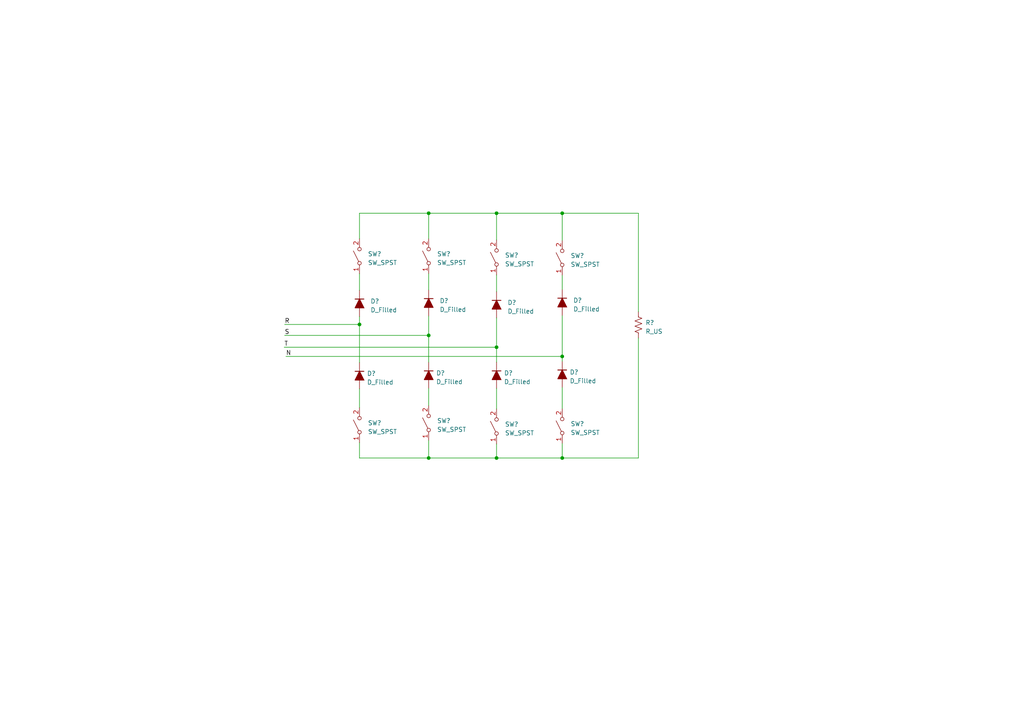
<source format=kicad_sch>
(kicad_sch (version 20210406) (generator eeschema)

  (uuid 215ceb9b-67ed-43c1-97d5-44ea3e10fa8f)

  (paper "A4")

  (lib_symbols
    (symbol "Device:D_Filled" (pin_numbers hide) (pin_names (offset 1.016) hide) (in_bom yes) (on_board yes)
      (property "Reference" "D" (id 0) (at 0 2.54 0)
        (effects (font (size 1.27 1.27)))
      )
      (property "Value" "D_Filled" (id 1) (at 0 -2.54 0)
        (effects (font (size 1.27 1.27)))
      )
      (property "Footprint" "" (id 2) (at 0 0 0)
        (effects (font (size 1.27 1.27)) hide)
      )
      (property "Datasheet" "~" (id 3) (at 0 0 0)
        (effects (font (size 1.27 1.27)) hide)
      )
      (property "ki_keywords" "diode" (id 4) (at 0 0 0)
        (effects (font (size 1.27 1.27)) hide)
      )
      (property "ki_description" "Diode, filled shape" (id 5) (at 0 0 0)
        (effects (font (size 1.27 1.27)) hide)
      )
      (property "ki_fp_filters" "TO-???* *_Diode_* *SingleDiode* D_*" (id 6) (at 0 0 0)
        (effects (font (size 1.27 1.27)) hide)
      )
      (symbol "D_Filled_0_1"
        (polyline
          (pts
            (xy -1.27 1.27)
            (xy -1.27 -1.27)
          )
          (stroke (width 0.254)) (fill (type none))
        )
        (polyline
          (pts
            (xy 1.27 0)
            (xy -1.27 0)
          )
          (stroke (width 0)) (fill (type none))
        )
        (polyline
          (pts
            (xy 1.27 1.27)
            (xy 1.27 -1.27)
            (xy -1.27 0)
            (xy 1.27 1.27)
          )
          (stroke (width 0.254)) (fill (type outline))
        )
      )
      (symbol "D_Filled_1_1"
        (pin passive line (at -3.81 0 0) (length 2.54)
          (name "K" (effects (font (size 1.27 1.27))))
          (number "1" (effects (font (size 1.27 1.27))))
        )
        (pin passive line (at 3.81 0 180) (length 2.54)
          (name "A" (effects (font (size 1.27 1.27))))
          (number "2" (effects (font (size 1.27 1.27))))
        )
      )
    )
    (symbol "Device:R_US" (pin_numbers hide) (pin_names (offset 0)) (in_bom yes) (on_board yes)
      (property "Reference" "R" (id 0) (at 2.54 0 90)
        (effects (font (size 1.27 1.27)))
      )
      (property "Value" "R_US" (id 1) (at -2.54 0 90)
        (effects (font (size 1.27 1.27)))
      )
      (property "Footprint" "" (id 2) (at 1.016 -0.254 90)
        (effects (font (size 1.27 1.27)) hide)
      )
      (property "Datasheet" "~" (id 3) (at 0 0 0)
        (effects (font (size 1.27 1.27)) hide)
      )
      (property "ki_keywords" "R res resistor" (id 4) (at 0 0 0)
        (effects (font (size 1.27 1.27)) hide)
      )
      (property "ki_description" "Resistor, US symbol" (id 5) (at 0 0 0)
        (effects (font (size 1.27 1.27)) hide)
      )
      (property "ki_fp_filters" "R_*" (id 6) (at 0 0 0)
        (effects (font (size 1.27 1.27)) hide)
      )
      (symbol "R_US_0_1"
        (polyline
          (pts
            (xy 0 -2.286)
            (xy 0 -2.54)
          )
          (stroke (width 0)) (fill (type none))
        )
        (polyline
          (pts
            (xy 0 2.286)
            (xy 0 2.54)
          )
          (stroke (width 0)) (fill (type none))
        )
        (polyline
          (pts
            (xy 0 -0.762)
            (xy 1.016 -1.143)
            (xy 0 -1.524)
            (xy -1.016 -1.905)
            (xy 0 -2.286)
          )
          (stroke (width 0)) (fill (type none))
        )
        (polyline
          (pts
            (xy 0 0.762)
            (xy 1.016 0.381)
            (xy 0 0)
            (xy -1.016 -0.381)
            (xy 0 -0.762)
          )
          (stroke (width 0)) (fill (type none))
        )
        (polyline
          (pts
            (xy 0 2.286)
            (xy 1.016 1.905)
            (xy 0 1.524)
            (xy -1.016 1.143)
            (xy 0 0.762)
          )
          (stroke (width 0)) (fill (type none))
        )
      )
      (symbol "R_US_1_1"
        (pin passive line (at 0 3.81 270) (length 1.27)
          (name "~" (effects (font (size 1.27 1.27))))
          (number "1" (effects (font (size 1.27 1.27))))
        )
        (pin passive line (at 0 -3.81 90) (length 1.27)
          (name "~" (effects (font (size 1.27 1.27))))
          (number "2" (effects (font (size 1.27 1.27))))
        )
      )
    )
    (symbol "Switch:SW_SPST" (pin_names (offset 0) hide) (in_bom yes) (on_board yes)
      (property "Reference" "SW" (id 0) (at 0 3.175 0)
        (effects (font (size 1.27 1.27)))
      )
      (property "Value" "SW_SPST" (id 1) (at 0 -2.54 0)
        (effects (font (size 1.27 1.27)))
      )
      (property "Footprint" "" (id 2) (at 0 0 0)
        (effects (font (size 1.27 1.27)) hide)
      )
      (property "Datasheet" "~" (id 3) (at 0 0 0)
        (effects (font (size 1.27 1.27)) hide)
      )
      (property "ki_keywords" "switch lever" (id 4) (at 0 0 0)
        (effects (font (size 1.27 1.27)) hide)
      )
      (property "ki_description" "Single Pole Single Throw (SPST) switch" (id 5) (at 0 0 0)
        (effects (font (size 1.27 1.27)) hide)
      )
      (symbol "SW_SPST_0_0"
        (circle (center -2.032 0) (radius 0.508) (stroke (width 0)) (fill (type none)))
        (circle (center 2.032 0) (radius 0.508) (stroke (width 0)) (fill (type none)))
        (polyline
          (pts
            (xy -1.524 0.254)
            (xy 1.524 1.778)
          )
          (stroke (width 0)) (fill (type none))
        )
      )
      (symbol "SW_SPST_1_1"
        (pin passive line (at -5.08 0 0) (length 2.54)
          (name "A" (effects (font (size 1.27 1.27))))
          (number "1" (effects (font (size 1.27 1.27))))
        )
        (pin passive line (at 5.08 0 180) (length 2.54)
          (name "B" (effects (font (size 1.27 1.27))))
          (number "2" (effects (font (size 1.27 1.27))))
        )
      )
    )
  )

  (junction (at 104.267 94.107) (diameter 0.9144) (color 0 0 0 0))
  (junction (at 124.333 61.849) (diameter 0.9144) (color 0 0 0 0))
  (junction (at 124.333 97.282) (diameter 0.9144) (color 0 0 0 0))
  (junction (at 124.333 132.842) (diameter 0.9144) (color 0 0 0 0))
  (junction (at 144.018 61.849) (diameter 0.9144) (color 0 0 0 0))
  (junction (at 144.018 100.711) (diameter 0.9144) (color 0 0 0 0))
  (junction (at 144.018 132.842) (diameter 0.9144) (color 0 0 0 0))
  (junction (at 163.068 61.849) (diameter 0.9144) (color 0 0 0 0))
  (junction (at 163.068 103.378) (diameter 0.9144) (color 0 0 0 0))
  (junction (at 163.068 132.842) (diameter 0.9144) (color 0 0 0 0))

  (wire (pts (xy 82.423 100.711) (xy 144.018 100.711))
    (stroke (width 0) (type solid) (color 0 0 0 0))
    (uuid 8f9cb221-a457-4f62-b5c4-6d444d0c23c3)
  )
  (wire (pts (xy 82.55 94.107) (xy 104.267 94.107))
    (stroke (width 0) (type solid) (color 0 0 0 0))
    (uuid 114b1ffd-49fa-4d69-b186-be3c50c775ed)
  )
  (wire (pts (xy 82.55 97.282) (xy 124.333 97.282))
    (stroke (width 0) (type solid) (color 0 0 0 0))
    (uuid cc40d218-d28b-402e-961b-8db3b655a817)
  )
  (wire (pts (xy 82.931 103.378) (xy 163.068 103.378))
    (stroke (width 0) (type solid) (color 0 0 0 0))
    (uuid 1923bc5c-e258-487d-a1bd-1b01d01c3d53)
  )
  (wire (pts (xy 104.267 61.849) (xy 104.267 69.215))
    (stroke (width 0) (type solid) (color 0 0 0 0))
    (uuid bee0425b-718a-434c-a3da-887884bb3ac8)
  )
  (wire (pts (xy 104.267 61.849) (xy 124.333 61.849))
    (stroke (width 0) (type solid) (color 0 0 0 0))
    (uuid ea060bd0-4106-40ee-aa78-96c540467593)
  )
  (wire (pts (xy 104.267 79.375) (xy 104.267 84.201))
    (stroke (width 0) (type solid) (color 0 0 0 0))
    (uuid bee0425b-718a-434c-a3da-887884bb3ac8)
  )
  (wire (pts (xy 104.267 91.821) (xy 104.267 94.107))
    (stroke (width 0) (type solid) (color 0 0 0 0))
    (uuid bee0425b-718a-434c-a3da-887884bb3ac8)
  )
  (wire (pts (xy 104.267 94.107) (xy 104.267 105.156))
    (stroke (width 0) (type solid) (color 0 0 0 0))
    (uuid bee0425b-718a-434c-a3da-887884bb3ac8)
  )
  (wire (pts (xy 104.267 112.776) (xy 104.267 118.237))
    (stroke (width 0) (type solid) (color 0 0 0 0))
    (uuid bee0425b-718a-434c-a3da-887884bb3ac8)
  )
  (wire (pts (xy 104.267 128.397) (xy 104.267 132.842))
    (stroke (width 0) (type solid) (color 0 0 0 0))
    (uuid bee0425b-718a-434c-a3da-887884bb3ac8)
  )
  (wire (pts (xy 104.267 132.842) (xy 124.333 132.842))
    (stroke (width 0) (type solid) (color 0 0 0 0))
    (uuid bee0425b-718a-434c-a3da-887884bb3ac8)
  )
  (wire (pts (xy 124.333 61.849) (xy 124.333 69.215))
    (stroke (width 0) (type solid) (color 0 0 0 0))
    (uuid 06c807d6-38f8-4f33-bba2-4ebc63d20da2)
  )
  (wire (pts (xy 124.333 61.849) (xy 144.018 61.849))
    (stroke (width 0) (type solid) (color 0 0 0 0))
    (uuid ea060bd0-4106-40ee-aa78-96c540467593)
  )
  (wire (pts (xy 124.333 79.375) (xy 124.333 84.074))
    (stroke (width 0) (type solid) (color 0 0 0 0))
    (uuid 06c807d6-38f8-4f33-bba2-4ebc63d20da2)
  )
  (wire (pts (xy 124.333 91.694) (xy 124.333 97.282))
    (stroke (width 0) (type solid) (color 0 0 0 0))
    (uuid 06c807d6-38f8-4f33-bba2-4ebc63d20da2)
  )
  (wire (pts (xy 124.333 97.282) (xy 124.333 105.029))
    (stroke (width 0) (type solid) (color 0 0 0 0))
    (uuid 06c807d6-38f8-4f33-bba2-4ebc63d20da2)
  )
  (wire (pts (xy 124.333 112.649) (xy 124.333 117.602))
    (stroke (width 0) (type solid) (color 0 0 0 0))
    (uuid 06c807d6-38f8-4f33-bba2-4ebc63d20da2)
  )
  (wire (pts (xy 124.333 127.762) (xy 124.333 132.842))
    (stroke (width 0) (type solid) (color 0 0 0 0))
    (uuid 06c807d6-38f8-4f33-bba2-4ebc63d20da2)
  )
  (wire (pts (xy 124.333 132.842) (xy 144.018 132.842))
    (stroke (width 0) (type solid) (color 0 0 0 0))
    (uuid bee0425b-718a-434c-a3da-887884bb3ac8)
  )
  (wire (pts (xy 144.018 61.849) (xy 144.018 69.596))
    (stroke (width 0) (type solid) (color 0 0 0 0))
    (uuid 61905900-01bc-410d-83fd-56d5a6e8b4f4)
  )
  (wire (pts (xy 144.018 61.849) (xy 163.068 61.849))
    (stroke (width 0) (type solid) (color 0 0 0 0))
    (uuid ea060bd0-4106-40ee-aa78-96c540467593)
  )
  (wire (pts (xy 144.018 79.756) (xy 144.018 84.582))
    (stroke (width 0) (type solid) (color 0 0 0 0))
    (uuid 61905900-01bc-410d-83fd-56d5a6e8b4f4)
  )
  (wire (pts (xy 144.018 92.202) (xy 144.018 100.711))
    (stroke (width 0) (type solid) (color 0 0 0 0))
    (uuid 61905900-01bc-410d-83fd-56d5a6e8b4f4)
  )
  (wire (pts (xy 144.018 100.711) (xy 144.018 105.029))
    (stroke (width 0) (type solid) (color 0 0 0 0))
    (uuid 61905900-01bc-410d-83fd-56d5a6e8b4f4)
  )
  (wire (pts (xy 144.018 112.649) (xy 144.018 118.618))
    (stroke (width 0) (type solid) (color 0 0 0 0))
    (uuid 61905900-01bc-410d-83fd-56d5a6e8b4f4)
  )
  (wire (pts (xy 144.018 128.778) (xy 144.018 132.842))
    (stroke (width 0) (type solid) (color 0 0 0 0))
    (uuid 61905900-01bc-410d-83fd-56d5a6e8b4f4)
  )
  (wire (pts (xy 144.018 132.842) (xy 163.068 132.842))
    (stroke (width 0) (type solid) (color 0 0 0 0))
    (uuid bee0425b-718a-434c-a3da-887884bb3ac8)
  )
  (wire (pts (xy 163.068 61.849) (xy 163.068 69.723))
    (stroke (width 0) (type solid) (color 0 0 0 0))
    (uuid 8292fd0b-2007-44a1-b23a-dc063980853d)
  )
  (wire (pts (xy 163.068 61.849) (xy 185.166 61.849))
    (stroke (width 0) (type solid) (color 0 0 0 0))
    (uuid ea060bd0-4106-40ee-aa78-96c540467593)
  )
  (wire (pts (xy 163.068 79.883) (xy 163.068 83.947))
    (stroke (width 0) (type solid) (color 0 0 0 0))
    (uuid 8292fd0b-2007-44a1-b23a-dc063980853d)
  )
  (wire (pts (xy 163.068 91.567) (xy 163.068 103.378))
    (stroke (width 0) (type solid) (color 0 0 0 0))
    (uuid 8292fd0b-2007-44a1-b23a-dc063980853d)
  )
  (wire (pts (xy 163.068 103.378) (xy 163.068 104.775))
    (stroke (width 0) (type solid) (color 0 0 0 0))
    (uuid 8292fd0b-2007-44a1-b23a-dc063980853d)
  )
  (wire (pts (xy 163.068 112.395) (xy 163.068 118.491))
    (stroke (width 0) (type solid) (color 0 0 0 0))
    (uuid 8292fd0b-2007-44a1-b23a-dc063980853d)
  )
  (wire (pts (xy 163.068 128.651) (xy 163.068 132.842))
    (stroke (width 0) (type solid) (color 0 0 0 0))
    (uuid 8292fd0b-2007-44a1-b23a-dc063980853d)
  )
  (wire (pts (xy 163.068 132.842) (xy 185.166 132.842))
    (stroke (width 0) (type solid) (color 0 0 0 0))
    (uuid bee0425b-718a-434c-a3da-887884bb3ac8)
  )
  (wire (pts (xy 185.166 90.424) (xy 185.166 61.849))
    (stroke (width 0) (type solid) (color 0 0 0 0))
    (uuid bee0425b-718a-434c-a3da-887884bb3ac8)
  )
  (wire (pts (xy 185.166 132.842) (xy 185.166 98.044))
    (stroke (width 0) (type solid) (color 0 0 0 0))
    (uuid bee0425b-718a-434c-a3da-887884bb3ac8)
  )

  (label "T" (at 82.423 100.711 0)
    (effects (font (size 1.27 1.27)) (justify left bottom))
    (uuid f8c6546e-d02c-4afc-a45d-57c4f60de98f)
  )
  (label "R" (at 82.55 94.107 0)
    (effects (font (size 1.27 1.27)) (justify left bottom))
    (uuid effb66a5-5ba3-47fa-983e-3e20208edec8)
  )
  (label "S" (at 82.55 97.282 0)
    (effects (font (size 1.27 1.27)) (justify left bottom))
    (uuid 8f4e1dd6-588f-4832-bdfc-976781c99dcc)
  )
  (label "N" (at 82.931 103.378 0)
    (effects (font (size 1.27 1.27)) (justify left bottom))
    (uuid 73d0ac93-d3fe-498c-a7c7-d3521a3a6c4b)
  )

  (symbol (lib_id "Device:R_US") (at 185.166 94.234 0) (unit 1)
    (in_bom yes) (on_board yes) (fields_autoplaced)
    (uuid 65d172f6-35fa-46ef-ad12-9693747dcf66)
    (property "Reference" "R?" (id 0) (at 187.198 93.5989 0)
      (effects (font (size 1.27 1.27)) (justify left))
    )
    (property "Value" "R_US" (id 1) (at 187.198 96.1389 0)
      (effects (font (size 1.27 1.27)) (justify left))
    )
    (property "Footprint" "" (id 2) (at 186.182 94.488 90)
      (effects (font (size 1.27 1.27)) hide)
    )
    (property "Datasheet" "~" (id 3) (at 185.166 94.234 0)
      (effects (font (size 1.27 1.27)) hide)
    )
    (pin "1" (uuid 5d9b7ce9-2ba5-474a-b4ea-a1786344593f))
    (pin "2" (uuid d6ce3d5a-6c91-4c7b-a4b0-0375b85cceac))
  )

  (symbol (lib_id "Device:D_Filled") (at 104.267 88.011 270) (unit 1)
    (in_bom yes) (on_board yes) (fields_autoplaced)
    (uuid 030def13-6daf-4a31-a73f-172ad1bc5de6)
    (property "Reference" "D?" (id 0) (at 107.442 87.3759 90)
      (effects (font (size 1.27 1.27)) (justify left))
    )
    (property "Value" "D_Filled" (id 1) (at 107.442 89.9159 90)
      (effects (font (size 1.27 1.27)) (justify left))
    )
    (property "Footprint" "" (id 2) (at 104.267 88.011 0)
      (effects (font (size 1.27 1.27)) hide)
    )
    (property "Datasheet" "~" (id 3) (at 104.267 88.011 0)
      (effects (font (size 1.27 1.27)) hide)
    )
    (pin "1" (uuid bfeca18e-e6ea-4ea5-ae4b-982d1da8c610))
    (pin "2" (uuid 9da7ad0d-c7c3-415e-95d5-3af4f9130d39))
  )

  (symbol (lib_id "Device:D_Filled") (at 104.267 108.966 270) (unit 1)
    (in_bom yes) (on_board yes) (fields_autoplaced)
    (uuid 9e17ab41-1edb-40a5-89ed-c8803ad408c3)
    (property "Reference" "D?" (id 0) (at 106.426 108.3309 90)
      (effects (font (size 1.27 1.27)) (justify left))
    )
    (property "Value" "D_Filled" (id 1) (at 106.426 110.8709 90)
      (effects (font (size 1.27 1.27)) (justify left))
    )
    (property "Footprint" "" (id 2) (at 104.267 108.966 0)
      (effects (font (size 1.27 1.27)) hide)
    )
    (property "Datasheet" "~" (id 3) (at 104.267 108.966 0)
      (effects (font (size 1.27 1.27)) hide)
    )
    (pin "1" (uuid 0ae92cf2-26fa-45c0-8d43-eb3ebaa041ac))
    (pin "2" (uuid e38da034-ce9b-4d51-a23d-b5cdaa2c862f))
  )

  (symbol (lib_id "Device:D_Filled") (at 124.333 87.884 270) (unit 1)
    (in_bom yes) (on_board yes) (fields_autoplaced)
    (uuid 9e85a26b-0d73-48e4-bea5-d73288286256)
    (property "Reference" "D?" (id 0) (at 127.508 87.2489 90)
      (effects (font (size 1.27 1.27)) (justify left))
    )
    (property "Value" "D_Filled" (id 1) (at 127.508 89.7889 90)
      (effects (font (size 1.27 1.27)) (justify left))
    )
    (property "Footprint" "" (id 2) (at 124.333 87.884 0)
      (effects (font (size 1.27 1.27)) hide)
    )
    (property "Datasheet" "~" (id 3) (at 124.333 87.884 0)
      (effects (font (size 1.27 1.27)) hide)
    )
    (pin "1" (uuid 6d44a66d-3c1b-4815-a1a2-67867f7616d1))
    (pin "2" (uuid e4083673-a619-482f-ac4e-350c70d20e82))
  )

  (symbol (lib_id "Device:D_Filled") (at 124.333 108.839 270) (unit 1)
    (in_bom yes) (on_board yes) (fields_autoplaced)
    (uuid e76f1024-dc13-4f3c-9f2e-5d363904a9e1)
    (property "Reference" "D?" (id 0) (at 126.492 108.2039 90)
      (effects (font (size 1.27 1.27)) (justify left))
    )
    (property "Value" "D_Filled" (id 1) (at 126.492 110.7439 90)
      (effects (font (size 1.27 1.27)) (justify left))
    )
    (property "Footprint" "" (id 2) (at 124.333 108.839 0)
      (effects (font (size 1.27 1.27)) hide)
    )
    (property "Datasheet" "~" (id 3) (at 124.333 108.839 0)
      (effects (font (size 1.27 1.27)) hide)
    )
    (pin "1" (uuid cf77a073-b51d-4b04-a7f3-c9958fada91d))
    (pin "2" (uuid 654228e7-bd53-4038-af3e-f2eb6825477b))
  )

  (symbol (lib_id "Device:D_Filled") (at 144.018 88.392 270) (unit 1)
    (in_bom yes) (on_board yes) (fields_autoplaced)
    (uuid fb3b35f4-a390-4d24-841a-8a3bca84f4ea)
    (property "Reference" "D?" (id 0) (at 147.193 87.7569 90)
      (effects (font (size 1.27 1.27)) (justify left))
    )
    (property "Value" "D_Filled" (id 1) (at 147.193 90.2969 90)
      (effects (font (size 1.27 1.27)) (justify left))
    )
    (property "Footprint" "" (id 2) (at 144.018 88.392 0)
      (effects (font (size 1.27 1.27)) hide)
    )
    (property "Datasheet" "~" (id 3) (at 144.018 88.392 0)
      (effects (font (size 1.27 1.27)) hide)
    )
    (pin "1" (uuid 1f31ec8e-f85d-451f-97ba-98d631f25b6f))
    (pin "2" (uuid 39f7a589-488d-4629-b5c1-3439c9a84559))
  )

  (symbol (lib_id "Device:D_Filled") (at 144.018 108.839 270) (unit 1)
    (in_bom yes) (on_board yes) (fields_autoplaced)
    (uuid 88efab8c-4963-4000-8073-c809ba8b57d9)
    (property "Reference" "D?" (id 0) (at 146.177 108.2039 90)
      (effects (font (size 1.27 1.27)) (justify left))
    )
    (property "Value" "D_Filled" (id 1) (at 146.177 110.7439 90)
      (effects (font (size 1.27 1.27)) (justify left))
    )
    (property "Footprint" "" (id 2) (at 144.018 108.839 0)
      (effects (font (size 1.27 1.27)) hide)
    )
    (property "Datasheet" "~" (id 3) (at 144.018 108.839 0)
      (effects (font (size 1.27 1.27)) hide)
    )
    (pin "1" (uuid ed3393d3-4a73-438c-b149-f46f8ee10562))
    (pin "2" (uuid bc026b02-1602-4e8a-b947-7a8f1680f845))
  )

  (symbol (lib_id "Device:D_Filled") (at 163.068 87.757 270) (unit 1)
    (in_bom yes) (on_board yes) (fields_autoplaced)
    (uuid 71a64e35-58bb-44b5-95cf-03cf2e72222c)
    (property "Reference" "D?" (id 0) (at 166.243 87.1219 90)
      (effects (font (size 1.27 1.27)) (justify left))
    )
    (property "Value" "D_Filled" (id 1) (at 166.243 89.6619 90)
      (effects (font (size 1.27 1.27)) (justify left))
    )
    (property "Footprint" "" (id 2) (at 163.068 87.757 0)
      (effects (font (size 1.27 1.27)) hide)
    )
    (property "Datasheet" "~" (id 3) (at 163.068 87.757 0)
      (effects (font (size 1.27 1.27)) hide)
    )
    (pin "1" (uuid e0fc75e9-7a9b-4f7b-bc35-077f67d95595))
    (pin "2" (uuid 0b6bac18-de9d-454a-84a0-c1315f680403))
  )

  (symbol (lib_id "Device:D_Filled") (at 163.068 108.585 270) (unit 1)
    (in_bom yes) (on_board yes) (fields_autoplaced)
    (uuid 31d89fdd-f768-4358-b16c-dba14f1d18e0)
    (property "Reference" "D?" (id 0) (at 165.227 107.9499 90)
      (effects (font (size 1.27 1.27)) (justify left))
    )
    (property "Value" "D_Filled" (id 1) (at 165.227 110.4899 90)
      (effects (font (size 1.27 1.27)) (justify left))
    )
    (property "Footprint" "" (id 2) (at 163.068 108.585 0)
      (effects (font (size 1.27 1.27)) hide)
    )
    (property "Datasheet" "~" (id 3) (at 163.068 108.585 0)
      (effects (font (size 1.27 1.27)) hide)
    )
    (pin "1" (uuid 220af7e5-dad7-4057-9b56-ae538f3b76cc))
    (pin "2" (uuid 029387e9-e4ce-429f-9aca-b3ca03c6b8b0))
  )

  (symbol (lib_id "Switch:SW_SPST") (at 104.267 74.295 90) (unit 1)
    (in_bom yes) (on_board yes) (fields_autoplaced)
    (uuid 885e49da-6f60-4202-a340-18d88f49cae7)
    (property "Reference" "SW?" (id 0) (at 106.68 73.6599 90)
      (effects (font (size 1.27 1.27)) (justify right))
    )
    (property "Value" "SW_SPST" (id 1) (at 106.68 76.1999 90)
      (effects (font (size 1.27 1.27)) (justify right))
    )
    (property "Footprint" "" (id 2) (at 104.267 74.295 0)
      (effects (font (size 1.27 1.27)) hide)
    )
    (property "Datasheet" "~" (id 3) (at 104.267 74.295 0)
      (effects (font (size 1.27 1.27)) hide)
    )
    (pin "1" (uuid 49fdaa9f-154d-4f58-ba62-4ebe96a6b965))
    (pin "2" (uuid 3c5870ae-054a-4417-8f95-98bf9e6c6d44))
  )

  (symbol (lib_id "Switch:SW_SPST") (at 104.267 123.317 90) (unit 1)
    (in_bom yes) (on_board yes) (fields_autoplaced)
    (uuid 0320ac7c-2043-4dcd-911b-213e3355023e)
    (property "Reference" "SW?" (id 0) (at 106.68 122.6819 90)
      (effects (font (size 1.27 1.27)) (justify right))
    )
    (property "Value" "SW_SPST" (id 1) (at 106.68 125.2219 90)
      (effects (font (size 1.27 1.27)) (justify right))
    )
    (property "Footprint" "" (id 2) (at 104.267 123.317 0)
      (effects (font (size 1.27 1.27)) hide)
    )
    (property "Datasheet" "~" (id 3) (at 104.267 123.317 0)
      (effects (font (size 1.27 1.27)) hide)
    )
    (pin "1" (uuid 9693d753-345c-4586-a293-2d11ede32181))
    (pin "2" (uuid be6817e6-120f-478f-b5e4-7fece765c719))
  )

  (symbol (lib_id "Switch:SW_SPST") (at 124.333 74.295 90) (unit 1)
    (in_bom yes) (on_board yes) (fields_autoplaced)
    (uuid a0b2b738-2895-438d-a483-9d645b28e190)
    (property "Reference" "SW?" (id 0) (at 126.746 73.6599 90)
      (effects (font (size 1.27 1.27)) (justify right))
    )
    (property "Value" "SW_SPST" (id 1) (at 126.746 76.1999 90)
      (effects (font (size 1.27 1.27)) (justify right))
    )
    (property "Footprint" "" (id 2) (at 124.333 74.295 0)
      (effects (font (size 1.27 1.27)) hide)
    )
    (property "Datasheet" "~" (id 3) (at 124.333 74.295 0)
      (effects (font (size 1.27 1.27)) hide)
    )
    (pin "1" (uuid 31010d5e-ddc1-46f2-9aa9-12cbba25e1be))
    (pin "2" (uuid 1eb828f3-9485-48a7-9e20-fcd9e6c933f8))
  )

  (symbol (lib_id "Switch:SW_SPST") (at 124.333 122.682 90) (unit 1)
    (in_bom yes) (on_board yes) (fields_autoplaced)
    (uuid 426beb3e-076a-4068-af38-050381997656)
    (property "Reference" "SW?" (id 0) (at 126.746 122.0469 90)
      (effects (font (size 1.27 1.27)) (justify right))
    )
    (property "Value" "SW_SPST" (id 1) (at 126.746 124.5869 90)
      (effects (font (size 1.27 1.27)) (justify right))
    )
    (property "Footprint" "" (id 2) (at 124.333 122.682 0)
      (effects (font (size 1.27 1.27)) hide)
    )
    (property "Datasheet" "~" (id 3) (at 124.333 122.682 0)
      (effects (font (size 1.27 1.27)) hide)
    )
    (pin "1" (uuid b62e7043-d09f-42b7-9bb8-47e382811374))
    (pin "2" (uuid ba9558fd-40c3-4444-817c-fea62a2c40d2))
  )

  (symbol (lib_id "Switch:SW_SPST") (at 144.018 74.676 90) (unit 1)
    (in_bom yes) (on_board yes) (fields_autoplaced)
    (uuid 03ac3ae5-361e-4ca8-9406-f744a81edd73)
    (property "Reference" "SW?" (id 0) (at 146.431 74.0409 90)
      (effects (font (size 1.27 1.27)) (justify right))
    )
    (property "Value" "SW_SPST" (id 1) (at 146.431 76.5809 90)
      (effects (font (size 1.27 1.27)) (justify right))
    )
    (property "Footprint" "" (id 2) (at 144.018 74.676 0)
      (effects (font (size 1.27 1.27)) hide)
    )
    (property "Datasheet" "~" (id 3) (at 144.018 74.676 0)
      (effects (font (size 1.27 1.27)) hide)
    )
    (pin "1" (uuid 1851d251-6829-4036-8aa8-3ac3dbe3c39a))
    (pin "2" (uuid aa0df1d1-36c5-437f-b22c-da1db239a939))
  )

  (symbol (lib_id "Switch:SW_SPST") (at 144.018 123.698 90) (unit 1)
    (in_bom yes) (on_board yes) (fields_autoplaced)
    (uuid df44f41e-5d84-4f50-8639-0d254e2c54f4)
    (property "Reference" "SW?" (id 0) (at 146.431 123.0629 90)
      (effects (font (size 1.27 1.27)) (justify right))
    )
    (property "Value" "SW_SPST" (id 1) (at 146.431 125.6029 90)
      (effects (font (size 1.27 1.27)) (justify right))
    )
    (property "Footprint" "" (id 2) (at 144.018 123.698 0)
      (effects (font (size 1.27 1.27)) hide)
    )
    (property "Datasheet" "~" (id 3) (at 144.018 123.698 0)
      (effects (font (size 1.27 1.27)) hide)
    )
    (pin "1" (uuid c23690ce-34c1-4e17-ade2-c98ead3b966a))
    (pin "2" (uuid f5e06ed9-e9b2-4560-80d1-38166b4f07bb))
  )

  (symbol (lib_id "Switch:SW_SPST") (at 163.068 74.803 90) (unit 1)
    (in_bom yes) (on_board yes) (fields_autoplaced)
    (uuid b5c7d6ce-d821-4553-a1de-0cb9b4fdadd1)
    (property "Reference" "SW?" (id 0) (at 165.481 74.1679 90)
      (effects (font (size 1.27 1.27)) (justify right))
    )
    (property "Value" "SW_SPST" (id 1) (at 165.481 76.7079 90)
      (effects (font (size 1.27 1.27)) (justify right))
    )
    (property "Footprint" "" (id 2) (at 163.068 74.803 0)
      (effects (font (size 1.27 1.27)) hide)
    )
    (property "Datasheet" "~" (id 3) (at 163.068 74.803 0)
      (effects (font (size 1.27 1.27)) hide)
    )
    (pin "1" (uuid 977035df-ee88-41cf-98fc-63832c49cfad))
    (pin "2" (uuid 6f9520ea-6663-43cf-80f3-ab8ab7e20248))
  )

  (symbol (lib_id "Switch:SW_SPST") (at 163.068 123.571 90) (unit 1)
    (in_bom yes) (on_board yes) (fields_autoplaced)
    (uuid a0a034af-6bdc-41c5-8b1a-70524b97bea0)
    (property "Reference" "SW?" (id 0) (at 165.481 122.9359 90)
      (effects (font (size 1.27 1.27)) (justify right))
    )
    (property "Value" "SW_SPST" (id 1) (at 165.481 125.4759 90)
      (effects (font (size 1.27 1.27)) (justify right))
    )
    (property "Footprint" "" (id 2) (at 163.068 123.571 0)
      (effects (font (size 1.27 1.27)) hide)
    )
    (property "Datasheet" "~" (id 3) (at 163.068 123.571 0)
      (effects (font (size 1.27 1.27)) hide)
    )
    (pin "1" (uuid c2fae2c7-8e4d-40e5-93b8-f03a061f0980))
    (pin "2" (uuid 9e4095f3-5835-4a06-b7f8-e445f2acebe7))
  )

  (sheet_instances
    (path "/" (page "1"))
  )

  (symbol_instances
    (path "/030def13-6daf-4a31-a73f-172ad1bc5de6"
      (reference "D?") (unit 1) (value "D_Filled") (footprint "")
    )
    (path "/31d89fdd-f768-4358-b16c-dba14f1d18e0"
      (reference "D?") (unit 1) (value "D_Filled") (footprint "")
    )
    (path "/71a64e35-58bb-44b5-95cf-03cf2e72222c"
      (reference "D?") (unit 1) (value "D_Filled") (footprint "")
    )
    (path "/88efab8c-4963-4000-8073-c809ba8b57d9"
      (reference "D?") (unit 1) (value "D_Filled") (footprint "")
    )
    (path "/9e17ab41-1edb-40a5-89ed-c8803ad408c3"
      (reference "D?") (unit 1) (value "D_Filled") (footprint "")
    )
    (path "/9e85a26b-0d73-48e4-bea5-d73288286256"
      (reference "D?") (unit 1) (value "D_Filled") (footprint "")
    )
    (path "/e76f1024-dc13-4f3c-9f2e-5d363904a9e1"
      (reference "D?") (unit 1) (value "D_Filled") (footprint "")
    )
    (path "/fb3b35f4-a390-4d24-841a-8a3bca84f4ea"
      (reference "D?") (unit 1) (value "D_Filled") (footprint "")
    )
    (path "/65d172f6-35fa-46ef-ad12-9693747dcf66"
      (reference "R?") (unit 1) (value "R_US") (footprint "")
    )
    (path "/0320ac7c-2043-4dcd-911b-213e3355023e"
      (reference "SW?") (unit 1) (value "SW_SPST") (footprint "")
    )
    (path "/03ac3ae5-361e-4ca8-9406-f744a81edd73"
      (reference "SW?") (unit 1) (value "SW_SPST") (footprint "")
    )
    (path "/426beb3e-076a-4068-af38-050381997656"
      (reference "SW?") (unit 1) (value "SW_SPST") (footprint "")
    )
    (path "/885e49da-6f60-4202-a340-18d88f49cae7"
      (reference "SW?") (unit 1) (value "SW_SPST") (footprint "")
    )
    (path "/a0a034af-6bdc-41c5-8b1a-70524b97bea0"
      (reference "SW?") (unit 1) (value "SW_SPST") (footprint "")
    )
    (path "/a0b2b738-2895-438d-a483-9d645b28e190"
      (reference "SW?") (unit 1) (value "SW_SPST") (footprint "")
    )
    (path "/b5c7d6ce-d821-4553-a1de-0cb9b4fdadd1"
      (reference "SW?") (unit 1) (value "SW_SPST") (footprint "")
    )
    (path "/df44f41e-5d84-4f50-8639-0d254e2c54f4"
      (reference "SW?") (unit 1) (value "SW_SPST") (footprint "")
    )
  )
)

</source>
